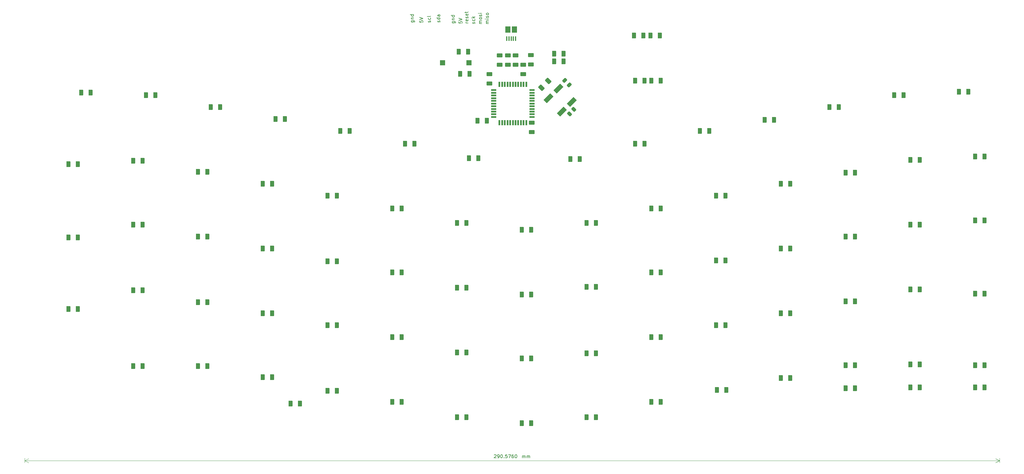
<source format=gbp>
G04 #@! TF.GenerationSoftware,KiCad,Pcbnew,(6.99.0-1603-g82820d4b1c)*
G04 #@! TF.CreationDate,2022-06-17T11:00:42+02:00*
G04 #@! TF.ProjectId,BalthazarKeyboard3-keycaps,42616c74-6861-47a6-9172-4b6579626f61,rev?*
G04 #@! TF.SameCoordinates,Original*
G04 #@! TF.FileFunction,Paste,Bot*
G04 #@! TF.FilePolarity,Positive*
%FSLAX46Y46*%
G04 Gerber Fmt 4.6, Leading zero omitted, Abs format (unit mm)*
G04 Created by KiCad (PCBNEW (6.99.0-1603-g82820d4b1c)) date 2022-06-17 11:00:42*
%MOMM*%
%LPD*%
G01*
G04 APERTURE LIST*
G04 Aperture macros list*
%AMRoundRect*
0 Rectangle with rounded corners*
0 $1 Rounding radius*
0 $2 $3 $4 $5 $6 $7 $8 $9 X,Y pos of 4 corners*
0 Add a 4 corners polygon primitive as box body*
4,1,4,$2,$3,$4,$5,$6,$7,$8,$9,$2,$3,0*
0 Add four circle primitives for the rounded corners*
1,1,$1+$1,$2,$3*
1,1,$1+$1,$4,$5*
1,1,$1+$1,$6,$7*
1,1,$1+$1,$8,$9*
0 Add four rect primitives between the rounded corners*
20,1,$1+$1,$2,$3,$4,$5,0*
20,1,$1+$1,$4,$5,$6,$7,0*
20,1,$1+$1,$6,$7,$8,$9,0*
20,1,$1+$1,$8,$9,$2,$3,0*%
%AMRotRect*
0 Rectangle, with rotation*
0 The origin of the aperture is its center*
0 $1 length*
0 $2 width*
0 $3 Rotation angle, in degrees counterclockwise*
0 Add horizontal line*
21,1,$1,$2,0,0,$3*%
G04 Aperture macros list end*
%ADD10C,0.150000*%
%ADD11C,0.120000*%
%ADD12R,0.550000X1.500000*%
%ADD13R,1.500000X0.550000*%
%ADD14R,1.500000X1.900000*%
%ADD15R,0.400000X1.350000*%
%ADD16RoundRect,0.250000X-0.375000X-0.625000X0.375000X-0.625000X0.375000X0.625000X-0.375000X0.625000X0*%
%ADD17RoundRect,0.250000X0.375000X0.625000X-0.375000X0.625000X-0.375000X-0.625000X0.375000X-0.625000X0*%
%ADD18RoundRect,0.250000X0.625000X-0.375000X0.625000X0.375000X-0.625000X0.375000X-0.625000X-0.375000X0*%
%ADD19RoundRect,0.250000X-0.625000X0.375000X-0.625000X-0.375000X0.625000X-0.375000X0.625000X0.375000X0*%
%ADD20RotRect,1.430000X2.850000X315.000000*%
%ADD21RoundRect,0.250000X-0.176777X0.707107X-0.707107X0.176777X0.176777X-0.707107X0.707107X-0.176777X0*%
%ADD22R,1.500000X1.500000*%
%ADD23RoundRect,0.243750X-0.494975X-0.150260X-0.150260X-0.494975X0.494975X0.150260X0.150260X0.494975X0*%
%ADD24RoundRect,0.243750X0.150260X-0.494975X0.494975X-0.150260X-0.150260X0.494975X-0.494975X0.150260X0*%
G04 APERTURE END LIST*
D10*
X144799715Y-174080619D02*
X144847334Y-174033000D01*
X144847334Y-174033000D02*
X144942572Y-173985380D01*
X144942572Y-173985380D02*
X145180667Y-173985380D01*
X145180667Y-173985380D02*
X145275905Y-174033000D01*
X145275905Y-174033000D02*
X145323524Y-174080619D01*
X145323524Y-174080619D02*
X145371143Y-174175857D01*
X145371143Y-174175857D02*
X145371143Y-174271095D01*
X145371143Y-174271095D02*
X145323524Y-174413952D01*
X145323524Y-174413952D02*
X144752096Y-174985380D01*
X144752096Y-174985380D02*
X145371143Y-174985380D01*
X145847334Y-174985380D02*
X146037810Y-174985380D01*
X146037810Y-174985380D02*
X146133048Y-174937761D01*
X146133048Y-174937761D02*
X146180667Y-174890142D01*
X146180667Y-174890142D02*
X146275905Y-174747285D01*
X146275905Y-174747285D02*
X146323524Y-174556809D01*
X146323524Y-174556809D02*
X146323524Y-174175857D01*
X146323524Y-174175857D02*
X146275905Y-174080619D01*
X146275905Y-174080619D02*
X146228286Y-174033000D01*
X146228286Y-174033000D02*
X146133048Y-173985380D01*
X146133048Y-173985380D02*
X145942572Y-173985380D01*
X145942572Y-173985380D02*
X145847334Y-174033000D01*
X145847334Y-174033000D02*
X145799715Y-174080619D01*
X145799715Y-174080619D02*
X145752096Y-174175857D01*
X145752096Y-174175857D02*
X145752096Y-174413952D01*
X145752096Y-174413952D02*
X145799715Y-174509190D01*
X145799715Y-174509190D02*
X145847334Y-174556809D01*
X145847334Y-174556809D02*
X145942572Y-174604428D01*
X145942572Y-174604428D02*
X146133048Y-174604428D01*
X146133048Y-174604428D02*
X146228286Y-174556809D01*
X146228286Y-174556809D02*
X146275905Y-174509190D01*
X146275905Y-174509190D02*
X146323524Y-174413952D01*
X146942572Y-173985380D02*
X147037810Y-173985380D01*
X147037810Y-173985380D02*
X147133048Y-174033000D01*
X147133048Y-174033000D02*
X147180667Y-174080619D01*
X147180667Y-174080619D02*
X147228286Y-174175857D01*
X147228286Y-174175857D02*
X147275905Y-174366333D01*
X147275905Y-174366333D02*
X147275905Y-174604428D01*
X147275905Y-174604428D02*
X147228286Y-174794904D01*
X147228286Y-174794904D02*
X147180667Y-174890142D01*
X147180667Y-174890142D02*
X147133048Y-174937761D01*
X147133048Y-174937761D02*
X147037810Y-174985380D01*
X147037810Y-174985380D02*
X146942572Y-174985380D01*
X146942572Y-174985380D02*
X146847334Y-174937761D01*
X146847334Y-174937761D02*
X146799715Y-174890142D01*
X146799715Y-174890142D02*
X146752096Y-174794904D01*
X146752096Y-174794904D02*
X146704477Y-174604428D01*
X146704477Y-174604428D02*
X146704477Y-174366333D01*
X146704477Y-174366333D02*
X146752096Y-174175857D01*
X146752096Y-174175857D02*
X146799715Y-174080619D01*
X146799715Y-174080619D02*
X146847334Y-174033000D01*
X146847334Y-174033000D02*
X146942572Y-173985380D01*
X147704477Y-174890142D02*
X147752096Y-174937761D01*
X147752096Y-174937761D02*
X147704477Y-174985380D01*
X147704477Y-174985380D02*
X147656858Y-174937761D01*
X147656858Y-174937761D02*
X147704477Y-174890142D01*
X147704477Y-174890142D02*
X147704477Y-174985380D01*
X148656857Y-173985380D02*
X148180667Y-173985380D01*
X148180667Y-173985380D02*
X148133048Y-174461571D01*
X148133048Y-174461571D02*
X148180667Y-174413952D01*
X148180667Y-174413952D02*
X148275905Y-174366333D01*
X148275905Y-174366333D02*
X148514000Y-174366333D01*
X148514000Y-174366333D02*
X148609238Y-174413952D01*
X148609238Y-174413952D02*
X148656857Y-174461571D01*
X148656857Y-174461571D02*
X148704476Y-174556809D01*
X148704476Y-174556809D02*
X148704476Y-174794904D01*
X148704476Y-174794904D02*
X148656857Y-174890142D01*
X148656857Y-174890142D02*
X148609238Y-174937761D01*
X148609238Y-174937761D02*
X148514000Y-174985380D01*
X148514000Y-174985380D02*
X148275905Y-174985380D01*
X148275905Y-174985380D02*
X148180667Y-174937761D01*
X148180667Y-174937761D02*
X148133048Y-174890142D01*
X149037810Y-173985380D02*
X149704476Y-173985380D01*
X149704476Y-173985380D02*
X149275905Y-174985380D01*
X150514000Y-173985380D02*
X150323524Y-173985380D01*
X150323524Y-173985380D02*
X150228286Y-174033000D01*
X150228286Y-174033000D02*
X150180667Y-174080619D01*
X150180667Y-174080619D02*
X150085429Y-174223476D01*
X150085429Y-174223476D02*
X150037810Y-174413952D01*
X150037810Y-174413952D02*
X150037810Y-174794904D01*
X150037810Y-174794904D02*
X150085429Y-174890142D01*
X150085429Y-174890142D02*
X150133048Y-174937761D01*
X150133048Y-174937761D02*
X150228286Y-174985380D01*
X150228286Y-174985380D02*
X150418762Y-174985380D01*
X150418762Y-174985380D02*
X150514000Y-174937761D01*
X150514000Y-174937761D02*
X150561619Y-174890142D01*
X150561619Y-174890142D02*
X150609238Y-174794904D01*
X150609238Y-174794904D02*
X150609238Y-174556809D01*
X150609238Y-174556809D02*
X150561619Y-174461571D01*
X150561619Y-174461571D02*
X150514000Y-174413952D01*
X150514000Y-174413952D02*
X150418762Y-174366333D01*
X150418762Y-174366333D02*
X150228286Y-174366333D01*
X150228286Y-174366333D02*
X150133048Y-174413952D01*
X150133048Y-174413952D02*
X150085429Y-174461571D01*
X150085429Y-174461571D02*
X150037810Y-174556809D01*
X151228286Y-173985380D02*
X151323524Y-173985380D01*
X151323524Y-173985380D02*
X151418762Y-174033000D01*
X151418762Y-174033000D02*
X151466381Y-174080619D01*
X151466381Y-174080619D02*
X151514000Y-174175857D01*
X151514000Y-174175857D02*
X151561619Y-174366333D01*
X151561619Y-174366333D02*
X151561619Y-174604428D01*
X151561619Y-174604428D02*
X151514000Y-174794904D01*
X151514000Y-174794904D02*
X151466381Y-174890142D01*
X151466381Y-174890142D02*
X151418762Y-174937761D01*
X151418762Y-174937761D02*
X151323524Y-174985380D01*
X151323524Y-174985380D02*
X151228286Y-174985380D01*
X151228286Y-174985380D02*
X151133048Y-174937761D01*
X151133048Y-174937761D02*
X151085429Y-174890142D01*
X151085429Y-174890142D02*
X151037810Y-174794904D01*
X151037810Y-174794904D02*
X150990191Y-174604428D01*
X150990191Y-174604428D02*
X150990191Y-174366333D01*
X150990191Y-174366333D02*
X151037810Y-174175857D01*
X151037810Y-174175857D02*
X151085429Y-174080619D01*
X151085429Y-174080619D02*
X151133048Y-174033000D01*
X151133048Y-174033000D02*
X151228286Y-173985380D01*
X153190191Y-174985380D02*
X153190191Y-174318714D01*
X153190191Y-174413952D02*
X153237810Y-174366333D01*
X153237810Y-174366333D02*
X153333048Y-174318714D01*
X153333048Y-174318714D02*
X153475905Y-174318714D01*
X153475905Y-174318714D02*
X153571143Y-174366333D01*
X153571143Y-174366333D02*
X153618762Y-174461571D01*
X153618762Y-174461571D02*
X153618762Y-174985380D01*
X153618762Y-174461571D02*
X153666381Y-174366333D01*
X153666381Y-174366333D02*
X153761619Y-174318714D01*
X153761619Y-174318714D02*
X153904476Y-174318714D01*
X153904476Y-174318714D02*
X153999715Y-174366333D01*
X153999715Y-174366333D02*
X154047334Y-174461571D01*
X154047334Y-174461571D02*
X154047334Y-174985380D01*
X154523524Y-174985380D02*
X154523524Y-174318714D01*
X154523524Y-174413952D02*
X154571143Y-174366333D01*
X154571143Y-174366333D02*
X154666381Y-174318714D01*
X154666381Y-174318714D02*
X154809238Y-174318714D01*
X154809238Y-174318714D02*
X154904476Y-174366333D01*
X154904476Y-174366333D02*
X154952095Y-174461571D01*
X154952095Y-174461571D02*
X154952095Y-174985380D01*
X154952095Y-174461571D02*
X154999714Y-174366333D01*
X154999714Y-174366333D02*
X155094952Y-174318714D01*
X155094952Y-174318714D02*
X155237809Y-174318714D01*
X155237809Y-174318714D02*
X155333048Y-174366333D01*
X155333048Y-174366333D02*
X155380667Y-174461571D01*
X155380667Y-174461571D02*
X155380667Y-174985380D01*
D11*
X295402000Y-175006000D02*
X295402000Y-176354420D01*
X4826000Y-175006000D02*
X4826000Y-176354420D01*
X295402000Y-175768000D02*
X4826000Y-175768000D01*
X295402000Y-175768000D02*
X4826000Y-175768000D01*
X295402000Y-175768000D02*
X294275496Y-176354421D01*
X295402000Y-175768000D02*
X294275496Y-175181579D01*
X4826000Y-175768000D02*
X5952504Y-175181579D01*
X4826000Y-175768000D02*
X5952504Y-176354421D01*
D10*
X120096714Y-44632476D02*
X120906238Y-44632476D01*
X120906238Y-44632476D02*
X121001476Y-44680095D01*
X121001476Y-44680095D02*
X121049095Y-44727714D01*
X121049095Y-44727714D02*
X121096714Y-44822952D01*
X121096714Y-44822952D02*
X121096714Y-44965809D01*
X121096714Y-44965809D02*
X121049095Y-45061047D01*
X120715761Y-44632476D02*
X120763380Y-44727714D01*
X120763380Y-44727714D02*
X120763380Y-44918190D01*
X120763380Y-44918190D02*
X120715761Y-45013428D01*
X120715761Y-45013428D02*
X120668142Y-45061047D01*
X120668142Y-45061047D02*
X120572904Y-45108666D01*
X120572904Y-45108666D02*
X120287190Y-45108666D01*
X120287190Y-45108666D02*
X120191952Y-45061047D01*
X120191952Y-45061047D02*
X120144333Y-45013428D01*
X120144333Y-45013428D02*
X120096714Y-44918190D01*
X120096714Y-44918190D02*
X120096714Y-44727714D01*
X120096714Y-44727714D02*
X120144333Y-44632476D01*
X120096714Y-44156285D02*
X120763380Y-44156285D01*
X120191952Y-44156285D02*
X120144333Y-44108666D01*
X120144333Y-44108666D02*
X120096714Y-44013428D01*
X120096714Y-44013428D02*
X120096714Y-43870571D01*
X120096714Y-43870571D02*
X120144333Y-43775333D01*
X120144333Y-43775333D02*
X120239571Y-43727714D01*
X120239571Y-43727714D02*
X120763380Y-43727714D01*
X120763380Y-42822952D02*
X119763380Y-42822952D01*
X120715761Y-42822952D02*
X120763380Y-42918190D01*
X120763380Y-42918190D02*
X120763380Y-43108666D01*
X120763380Y-43108666D02*
X120715761Y-43203904D01*
X120715761Y-43203904D02*
X120668142Y-43251523D01*
X120668142Y-43251523D02*
X120572904Y-43299142D01*
X120572904Y-43299142D02*
X120287190Y-43299142D01*
X120287190Y-43299142D02*
X120191952Y-43251523D01*
X120191952Y-43251523D02*
X120144333Y-43203904D01*
X120144333Y-43203904D02*
X120096714Y-43108666D01*
X120096714Y-43108666D02*
X120096714Y-42918190D01*
X120096714Y-42918190D02*
X120144333Y-42822952D01*
X122557380Y-44640476D02*
X122557380Y-45116666D01*
X122557380Y-45116666D02*
X123033571Y-45164285D01*
X123033571Y-45164285D02*
X122985952Y-45116666D01*
X122985952Y-45116666D02*
X122938333Y-45021428D01*
X122938333Y-45021428D02*
X122938333Y-44783333D01*
X122938333Y-44783333D02*
X122985952Y-44688095D01*
X122985952Y-44688095D02*
X123033571Y-44640476D01*
X123033571Y-44640476D02*
X123128809Y-44592857D01*
X123128809Y-44592857D02*
X123366904Y-44592857D01*
X123366904Y-44592857D02*
X123462142Y-44640476D01*
X123462142Y-44640476D02*
X123509761Y-44688095D01*
X123509761Y-44688095D02*
X123557380Y-44783333D01*
X123557380Y-44783333D02*
X123557380Y-45021428D01*
X123557380Y-45021428D02*
X123509761Y-45116666D01*
X123509761Y-45116666D02*
X123462142Y-45164285D01*
X122557380Y-44307142D02*
X123557380Y-43973809D01*
X123557380Y-43973809D02*
X122557380Y-43640476D01*
X134241380Y-44894476D02*
X134241380Y-45370666D01*
X134241380Y-45370666D02*
X134717571Y-45418285D01*
X134717571Y-45418285D02*
X134669952Y-45370666D01*
X134669952Y-45370666D02*
X134622333Y-45275428D01*
X134622333Y-45275428D02*
X134622333Y-45037333D01*
X134622333Y-45037333D02*
X134669952Y-44942095D01*
X134669952Y-44942095D02*
X134717571Y-44894476D01*
X134717571Y-44894476D02*
X134812809Y-44846857D01*
X134812809Y-44846857D02*
X135050904Y-44846857D01*
X135050904Y-44846857D02*
X135146142Y-44894476D01*
X135146142Y-44894476D02*
X135193761Y-44942095D01*
X135193761Y-44942095D02*
X135241380Y-45037333D01*
X135241380Y-45037333D02*
X135241380Y-45275428D01*
X135241380Y-45275428D02*
X135193761Y-45370666D01*
X135193761Y-45370666D02*
X135146142Y-45418285D01*
X134241380Y-44561142D02*
X135241380Y-44227809D01*
X135241380Y-44227809D02*
X134241380Y-43894476D01*
X132288714Y-44886476D02*
X133098238Y-44886476D01*
X133098238Y-44886476D02*
X133193476Y-44934095D01*
X133193476Y-44934095D02*
X133241095Y-44981714D01*
X133241095Y-44981714D02*
X133288714Y-45076952D01*
X133288714Y-45076952D02*
X133288714Y-45219809D01*
X133288714Y-45219809D02*
X133241095Y-45315047D01*
X132907761Y-44886476D02*
X132955380Y-44981714D01*
X132955380Y-44981714D02*
X132955380Y-45172190D01*
X132955380Y-45172190D02*
X132907761Y-45267428D01*
X132907761Y-45267428D02*
X132860142Y-45315047D01*
X132860142Y-45315047D02*
X132764904Y-45362666D01*
X132764904Y-45362666D02*
X132479190Y-45362666D01*
X132479190Y-45362666D02*
X132383952Y-45315047D01*
X132383952Y-45315047D02*
X132336333Y-45267428D01*
X132336333Y-45267428D02*
X132288714Y-45172190D01*
X132288714Y-45172190D02*
X132288714Y-44981714D01*
X132288714Y-44981714D02*
X132336333Y-44886476D01*
X132288714Y-44410285D02*
X132955380Y-44410285D01*
X132383952Y-44410285D02*
X132336333Y-44362666D01*
X132336333Y-44362666D02*
X132288714Y-44267428D01*
X132288714Y-44267428D02*
X132288714Y-44124571D01*
X132288714Y-44124571D02*
X132336333Y-44029333D01*
X132336333Y-44029333D02*
X132431571Y-43981714D01*
X132431571Y-43981714D02*
X132955380Y-43981714D01*
X132955380Y-43076952D02*
X131955380Y-43076952D01*
X132907761Y-43076952D02*
X132955380Y-43172190D01*
X132955380Y-43172190D02*
X132955380Y-43362666D01*
X132955380Y-43362666D02*
X132907761Y-43457904D01*
X132907761Y-43457904D02*
X132860142Y-43505523D01*
X132860142Y-43505523D02*
X132764904Y-43553142D01*
X132764904Y-43553142D02*
X132479190Y-43553142D01*
X132479190Y-43553142D02*
X132383952Y-43505523D01*
X132383952Y-43505523D02*
X132336333Y-43457904D01*
X132336333Y-43457904D02*
X132288714Y-43362666D01*
X132288714Y-43362666D02*
X132288714Y-43172190D01*
X132288714Y-43172190D02*
X132336333Y-43076952D01*
X125795761Y-45100761D02*
X125843380Y-45005523D01*
X125843380Y-45005523D02*
X125843380Y-44815047D01*
X125843380Y-44815047D02*
X125795761Y-44719809D01*
X125795761Y-44719809D02*
X125700523Y-44672190D01*
X125700523Y-44672190D02*
X125652904Y-44672190D01*
X125652904Y-44672190D02*
X125557666Y-44719809D01*
X125557666Y-44719809D02*
X125510047Y-44815047D01*
X125510047Y-44815047D02*
X125510047Y-44957904D01*
X125510047Y-44957904D02*
X125462428Y-45053142D01*
X125462428Y-45053142D02*
X125367190Y-45100761D01*
X125367190Y-45100761D02*
X125319571Y-45100761D01*
X125319571Y-45100761D02*
X125224333Y-45053142D01*
X125224333Y-45053142D02*
X125176714Y-44957904D01*
X125176714Y-44957904D02*
X125176714Y-44815047D01*
X125176714Y-44815047D02*
X125224333Y-44719809D01*
X125795761Y-43815047D02*
X125843380Y-43910285D01*
X125843380Y-43910285D02*
X125843380Y-44100761D01*
X125843380Y-44100761D02*
X125795761Y-44195999D01*
X125795761Y-44195999D02*
X125748142Y-44243618D01*
X125748142Y-44243618D02*
X125652904Y-44291237D01*
X125652904Y-44291237D02*
X125367190Y-44291237D01*
X125367190Y-44291237D02*
X125271952Y-44243618D01*
X125271952Y-44243618D02*
X125224333Y-44195999D01*
X125224333Y-44195999D02*
X125176714Y-44100761D01*
X125176714Y-44100761D02*
X125176714Y-43910285D01*
X125176714Y-43910285D02*
X125224333Y-43815047D01*
X125843380Y-43243618D02*
X125795761Y-43338856D01*
X125795761Y-43338856D02*
X125700523Y-43386475D01*
X125700523Y-43386475D02*
X124843380Y-43386475D01*
X128589761Y-45061047D02*
X128637380Y-44965809D01*
X128637380Y-44965809D02*
X128637380Y-44775333D01*
X128637380Y-44775333D02*
X128589761Y-44680095D01*
X128589761Y-44680095D02*
X128494523Y-44632476D01*
X128494523Y-44632476D02*
X128446904Y-44632476D01*
X128446904Y-44632476D02*
X128351666Y-44680095D01*
X128351666Y-44680095D02*
X128304047Y-44775333D01*
X128304047Y-44775333D02*
X128304047Y-44918190D01*
X128304047Y-44918190D02*
X128256428Y-45013428D01*
X128256428Y-45013428D02*
X128161190Y-45061047D01*
X128161190Y-45061047D02*
X128113571Y-45061047D01*
X128113571Y-45061047D02*
X128018333Y-45013428D01*
X128018333Y-45013428D02*
X127970714Y-44918190D01*
X127970714Y-44918190D02*
X127970714Y-44775333D01*
X127970714Y-44775333D02*
X128018333Y-44680095D01*
X128637380Y-43775333D02*
X127637380Y-43775333D01*
X128589761Y-43775333D02*
X128637380Y-43870571D01*
X128637380Y-43870571D02*
X128637380Y-44061047D01*
X128637380Y-44061047D02*
X128589761Y-44156285D01*
X128589761Y-44156285D02*
X128542142Y-44203904D01*
X128542142Y-44203904D02*
X128446904Y-44251523D01*
X128446904Y-44251523D02*
X128161190Y-44251523D01*
X128161190Y-44251523D02*
X128065952Y-44203904D01*
X128065952Y-44203904D02*
X128018333Y-44156285D01*
X128018333Y-44156285D02*
X127970714Y-44061047D01*
X127970714Y-44061047D02*
X127970714Y-43870571D01*
X127970714Y-43870571D02*
X128018333Y-43775333D01*
X128637380Y-42870571D02*
X128113571Y-42870571D01*
X128113571Y-42870571D02*
X128018333Y-42918190D01*
X128018333Y-42918190D02*
X127970714Y-43013428D01*
X127970714Y-43013428D02*
X127970714Y-43203904D01*
X127970714Y-43203904D02*
X128018333Y-43299142D01*
X128589761Y-42870571D02*
X128637380Y-42965809D01*
X128637380Y-42965809D02*
X128637380Y-43203904D01*
X128637380Y-43203904D02*
X128589761Y-43299142D01*
X128589761Y-43299142D02*
X128494523Y-43346761D01*
X128494523Y-43346761D02*
X128399285Y-43346761D01*
X128399285Y-43346761D02*
X128304047Y-43299142D01*
X128304047Y-43299142D02*
X128256428Y-43203904D01*
X128256428Y-43203904D02*
X128256428Y-42965809D01*
X128256428Y-42965809D02*
X128208809Y-42870571D01*
X143115380Y-45465808D02*
X142448714Y-45465808D01*
X142543952Y-45465808D02*
X142496333Y-45418189D01*
X142496333Y-45418189D02*
X142448714Y-45322951D01*
X142448714Y-45322951D02*
X142448714Y-45180094D01*
X142448714Y-45180094D02*
X142496333Y-45084856D01*
X142496333Y-45084856D02*
X142591571Y-45037237D01*
X142591571Y-45037237D02*
X143115380Y-45037237D01*
X142591571Y-45037237D02*
X142496333Y-44989618D01*
X142496333Y-44989618D02*
X142448714Y-44894380D01*
X142448714Y-44894380D02*
X142448714Y-44751523D01*
X142448714Y-44751523D02*
X142496333Y-44656284D01*
X142496333Y-44656284D02*
X142591571Y-44608665D01*
X142591571Y-44608665D02*
X143115380Y-44608665D01*
X143115380Y-44132475D02*
X142448714Y-44132475D01*
X142115380Y-44132475D02*
X142163000Y-44180094D01*
X142163000Y-44180094D02*
X142210619Y-44132475D01*
X142210619Y-44132475D02*
X142163000Y-44084856D01*
X142163000Y-44084856D02*
X142115380Y-44132475D01*
X142115380Y-44132475D02*
X142210619Y-44132475D01*
X143067761Y-43703904D02*
X143115380Y-43608666D01*
X143115380Y-43608666D02*
X143115380Y-43418190D01*
X143115380Y-43418190D02*
X143067761Y-43322952D01*
X143067761Y-43322952D02*
X142972523Y-43275333D01*
X142972523Y-43275333D02*
X142924904Y-43275333D01*
X142924904Y-43275333D02*
X142829666Y-43322952D01*
X142829666Y-43322952D02*
X142782047Y-43418190D01*
X142782047Y-43418190D02*
X142782047Y-43561047D01*
X142782047Y-43561047D02*
X142734428Y-43656285D01*
X142734428Y-43656285D02*
X142639190Y-43703904D01*
X142639190Y-43703904D02*
X142591571Y-43703904D01*
X142591571Y-43703904D02*
X142496333Y-43656285D01*
X142496333Y-43656285D02*
X142448714Y-43561047D01*
X142448714Y-43561047D02*
X142448714Y-43418190D01*
X142448714Y-43418190D02*
X142496333Y-43322952D01*
X143115380Y-42703904D02*
X143067761Y-42799142D01*
X143067761Y-42799142D02*
X143020142Y-42846761D01*
X143020142Y-42846761D02*
X142924904Y-42894380D01*
X142924904Y-42894380D02*
X142639190Y-42894380D01*
X142639190Y-42894380D02*
X142543952Y-42846761D01*
X142543952Y-42846761D02*
X142496333Y-42799142D01*
X142496333Y-42799142D02*
X142448714Y-42703904D01*
X142448714Y-42703904D02*
X142448714Y-42561047D01*
X142448714Y-42561047D02*
X142496333Y-42465809D01*
X142496333Y-42465809D02*
X142543952Y-42418190D01*
X142543952Y-42418190D02*
X142639190Y-42370571D01*
X142639190Y-42370571D02*
X142924904Y-42370571D01*
X142924904Y-42370571D02*
X143020142Y-42418190D01*
X143020142Y-42418190D02*
X143067761Y-42465809D01*
X143067761Y-42465809D02*
X143115380Y-42561047D01*
X143115380Y-42561047D02*
X143115380Y-42703904D01*
X141083380Y-45465808D02*
X140416714Y-45465808D01*
X140511952Y-45465808D02*
X140464333Y-45418189D01*
X140464333Y-45418189D02*
X140416714Y-45322951D01*
X140416714Y-45322951D02*
X140416714Y-45180094D01*
X140416714Y-45180094D02*
X140464333Y-45084856D01*
X140464333Y-45084856D02*
X140559571Y-45037237D01*
X140559571Y-45037237D02*
X141083380Y-45037237D01*
X140559571Y-45037237D02*
X140464333Y-44989618D01*
X140464333Y-44989618D02*
X140416714Y-44894380D01*
X140416714Y-44894380D02*
X140416714Y-44751523D01*
X140416714Y-44751523D02*
X140464333Y-44656284D01*
X140464333Y-44656284D02*
X140559571Y-44608665D01*
X140559571Y-44608665D02*
X141083380Y-44608665D01*
X141083380Y-43989618D02*
X141035761Y-44084856D01*
X141035761Y-44084856D02*
X140988142Y-44132475D01*
X140988142Y-44132475D02*
X140892904Y-44180094D01*
X140892904Y-44180094D02*
X140607190Y-44180094D01*
X140607190Y-44180094D02*
X140511952Y-44132475D01*
X140511952Y-44132475D02*
X140464333Y-44084856D01*
X140464333Y-44084856D02*
X140416714Y-43989618D01*
X140416714Y-43989618D02*
X140416714Y-43846761D01*
X140416714Y-43846761D02*
X140464333Y-43751523D01*
X140464333Y-43751523D02*
X140511952Y-43703904D01*
X140511952Y-43703904D02*
X140607190Y-43656285D01*
X140607190Y-43656285D02*
X140892904Y-43656285D01*
X140892904Y-43656285D02*
X140988142Y-43703904D01*
X140988142Y-43703904D02*
X141035761Y-43751523D01*
X141035761Y-43751523D02*
X141083380Y-43846761D01*
X141083380Y-43846761D02*
X141083380Y-43989618D01*
X141035761Y-43275332D02*
X141083380Y-43180094D01*
X141083380Y-43180094D02*
X141083380Y-42989618D01*
X141083380Y-42989618D02*
X141035761Y-42894380D01*
X141035761Y-42894380D02*
X140940523Y-42846761D01*
X140940523Y-42846761D02*
X140892904Y-42846761D01*
X140892904Y-42846761D02*
X140797666Y-42894380D01*
X140797666Y-42894380D02*
X140750047Y-42989618D01*
X140750047Y-42989618D02*
X140750047Y-43132475D01*
X140750047Y-43132475D02*
X140702428Y-43227713D01*
X140702428Y-43227713D02*
X140607190Y-43275332D01*
X140607190Y-43275332D02*
X140559571Y-43275332D01*
X140559571Y-43275332D02*
X140464333Y-43227713D01*
X140464333Y-43227713D02*
X140416714Y-43132475D01*
X140416714Y-43132475D02*
X140416714Y-42989618D01*
X140416714Y-42989618D02*
X140464333Y-42894380D01*
X141083380Y-42418189D02*
X140416714Y-42418189D01*
X140083380Y-42418189D02*
X140131000Y-42465808D01*
X140131000Y-42465808D02*
X140178619Y-42418189D01*
X140178619Y-42418189D02*
X140131000Y-42370570D01*
X140131000Y-42370570D02*
X140083380Y-42418189D01*
X140083380Y-42418189D02*
X140178619Y-42418189D01*
X139003761Y-45497618D02*
X139051380Y-45402380D01*
X139051380Y-45402380D02*
X139051380Y-45211904D01*
X139051380Y-45211904D02*
X139003761Y-45116666D01*
X139003761Y-45116666D02*
X138908523Y-45069047D01*
X138908523Y-45069047D02*
X138860904Y-45069047D01*
X138860904Y-45069047D02*
X138765666Y-45116666D01*
X138765666Y-45116666D02*
X138718047Y-45211904D01*
X138718047Y-45211904D02*
X138718047Y-45354761D01*
X138718047Y-45354761D02*
X138670428Y-45449999D01*
X138670428Y-45449999D02*
X138575190Y-45497618D01*
X138575190Y-45497618D02*
X138527571Y-45497618D01*
X138527571Y-45497618D02*
X138432333Y-45449999D01*
X138432333Y-45449999D02*
X138384714Y-45354761D01*
X138384714Y-45354761D02*
X138384714Y-45211904D01*
X138384714Y-45211904D02*
X138432333Y-45116666D01*
X139003761Y-44211904D02*
X139051380Y-44307142D01*
X139051380Y-44307142D02*
X139051380Y-44497618D01*
X139051380Y-44497618D02*
X139003761Y-44592856D01*
X139003761Y-44592856D02*
X138956142Y-44640475D01*
X138956142Y-44640475D02*
X138860904Y-44688094D01*
X138860904Y-44688094D02*
X138575190Y-44688094D01*
X138575190Y-44688094D02*
X138479952Y-44640475D01*
X138479952Y-44640475D02*
X138432333Y-44592856D01*
X138432333Y-44592856D02*
X138384714Y-44497618D01*
X138384714Y-44497618D02*
X138384714Y-44307142D01*
X138384714Y-44307142D02*
X138432333Y-44211904D01*
X139051380Y-43783332D02*
X138051380Y-43783332D01*
X138670428Y-43688094D02*
X139051380Y-43402380D01*
X138384714Y-43402380D02*
X138765666Y-43783332D01*
X137019380Y-45307047D02*
X136352714Y-45307047D01*
X136543190Y-45307047D02*
X136447952Y-45259428D01*
X136447952Y-45259428D02*
X136400333Y-45211809D01*
X136400333Y-45211809D02*
X136352714Y-45116571D01*
X136352714Y-45116571D02*
X136352714Y-45021333D01*
X136971761Y-44307047D02*
X137019380Y-44402285D01*
X137019380Y-44402285D02*
X137019380Y-44592761D01*
X137019380Y-44592761D02*
X136971761Y-44687999D01*
X136971761Y-44687999D02*
X136876523Y-44735618D01*
X136876523Y-44735618D02*
X136495571Y-44735618D01*
X136495571Y-44735618D02*
X136400333Y-44687999D01*
X136400333Y-44687999D02*
X136352714Y-44592761D01*
X136352714Y-44592761D02*
X136352714Y-44402285D01*
X136352714Y-44402285D02*
X136400333Y-44307047D01*
X136400333Y-44307047D02*
X136495571Y-44259428D01*
X136495571Y-44259428D02*
X136590809Y-44259428D01*
X136590809Y-44259428D02*
X136686047Y-44735618D01*
X136971761Y-43878475D02*
X137019380Y-43783237D01*
X137019380Y-43783237D02*
X137019380Y-43592761D01*
X137019380Y-43592761D02*
X136971761Y-43497523D01*
X136971761Y-43497523D02*
X136876523Y-43449904D01*
X136876523Y-43449904D02*
X136828904Y-43449904D01*
X136828904Y-43449904D02*
X136733666Y-43497523D01*
X136733666Y-43497523D02*
X136686047Y-43592761D01*
X136686047Y-43592761D02*
X136686047Y-43735618D01*
X136686047Y-43735618D02*
X136638428Y-43830856D01*
X136638428Y-43830856D02*
X136543190Y-43878475D01*
X136543190Y-43878475D02*
X136495571Y-43878475D01*
X136495571Y-43878475D02*
X136400333Y-43830856D01*
X136400333Y-43830856D02*
X136352714Y-43735618D01*
X136352714Y-43735618D02*
X136352714Y-43592761D01*
X136352714Y-43592761D02*
X136400333Y-43497523D01*
X136971761Y-42640380D02*
X137019380Y-42735618D01*
X137019380Y-42735618D02*
X137019380Y-42926094D01*
X137019380Y-42926094D02*
X136971761Y-43021332D01*
X136971761Y-43021332D02*
X136876523Y-43068951D01*
X136876523Y-43068951D02*
X136495571Y-43068951D01*
X136495571Y-43068951D02*
X136400333Y-43021332D01*
X136400333Y-43021332D02*
X136352714Y-42926094D01*
X136352714Y-42926094D02*
X136352714Y-42735618D01*
X136352714Y-42735618D02*
X136400333Y-42640380D01*
X136400333Y-42640380D02*
X136495571Y-42592761D01*
X136495571Y-42592761D02*
X136590809Y-42592761D01*
X136590809Y-42592761D02*
X136686047Y-43068951D01*
X136352714Y-42307046D02*
X136352714Y-41926094D01*
X136019380Y-42164189D02*
X136876523Y-42164189D01*
X136876523Y-42164189D02*
X136971761Y-42116570D01*
X136971761Y-42116570D02*
X137019380Y-42021332D01*
X137019380Y-42021332D02*
X137019380Y-41926094D01*
D12*
X146367999Y-63641999D03*
X147167999Y-63641999D03*
X147967999Y-63641999D03*
X148767999Y-63641999D03*
X149567999Y-63641999D03*
X150367999Y-63641999D03*
X151167999Y-63641999D03*
X151967999Y-63641999D03*
X152767999Y-63641999D03*
X153567999Y-63641999D03*
X154367999Y-63641999D03*
D13*
X156067999Y-65341999D03*
X156067999Y-66141999D03*
X156067999Y-66941999D03*
X156067999Y-67741999D03*
X156067999Y-68541999D03*
X156067999Y-69341999D03*
X156067999Y-70141999D03*
X156067999Y-70941999D03*
X156067999Y-71741999D03*
X156067999Y-72541999D03*
X156067999Y-73341999D03*
D12*
X154367999Y-75041999D03*
X153567999Y-75041999D03*
X152767999Y-75041999D03*
X151967999Y-75041999D03*
X151167999Y-75041999D03*
X150367999Y-75041999D03*
X149567999Y-75041999D03*
X148767999Y-75041999D03*
X147967999Y-75041999D03*
X147167999Y-75041999D03*
X146367999Y-75041999D03*
D13*
X144667999Y-73341999D03*
X144667999Y-72541999D03*
X144667999Y-71741999D03*
X144667999Y-70941999D03*
X144667999Y-70141999D03*
X144667999Y-69341999D03*
X144667999Y-68541999D03*
X144667999Y-67741999D03*
X144667999Y-66941999D03*
X144667999Y-66141999D03*
X144667999Y-65341999D03*
D14*
X150859999Y-47276499D03*
D15*
X149209999Y-49976499D03*
X148559999Y-49976499D03*
X151159999Y-49976499D03*
X150509999Y-49976499D03*
X149859999Y-49976499D03*
D14*
X148859999Y-47276499D03*
D16*
X271656000Y-153924000D03*
X268856000Y-153924000D03*
D17*
X186433000Y-49022000D03*
X189233000Y-49022000D03*
D18*
X155702000Y-54864000D03*
X155702000Y-57664000D03*
D16*
X24514000Y-66040000D03*
X21714000Y-66040000D03*
X43818000Y-66802000D03*
X41018000Y-66802000D03*
X63122000Y-70358000D03*
X60322000Y-70358000D03*
X82426000Y-73914000D03*
X79626000Y-73914000D03*
X101730000Y-77470000D03*
X98930000Y-77470000D03*
X121034000Y-81280000D03*
X118234000Y-81280000D03*
X140084000Y-85598000D03*
X137284000Y-85598000D03*
X40008000Y-86360000D03*
X37208000Y-86360000D03*
X59312000Y-89662000D03*
X56512000Y-89662000D03*
X78616000Y-93218000D03*
X75816000Y-93218000D03*
X97920000Y-96774000D03*
X95120000Y-96774000D03*
X117224000Y-100584000D03*
X114424000Y-100584000D03*
X136528000Y-104902000D03*
X133728000Y-104902000D03*
X155832000Y-106934000D03*
X153032000Y-106934000D03*
X20704000Y-87376000D03*
X17904000Y-87376000D03*
X59312000Y-108966000D03*
X56512000Y-108966000D03*
X78616000Y-112522000D03*
X75816000Y-112522000D03*
X97920000Y-116332000D03*
X95120000Y-116332000D03*
X117224000Y-119634000D03*
X114424000Y-119634000D03*
X136528000Y-124206000D03*
X133728000Y-124206000D03*
X155832000Y-126238000D03*
X153032000Y-126238000D03*
X40008000Y-105410000D03*
X37208000Y-105410000D03*
X59312000Y-128524000D03*
X56512000Y-128524000D03*
X78616000Y-131826000D03*
X75816000Y-131826000D03*
X97920000Y-135382000D03*
X95120000Y-135382000D03*
X117224000Y-138938000D03*
X114424000Y-138938000D03*
X136528000Y-143510000D03*
X133728000Y-143510000D03*
X155832000Y-145288000D03*
X153032000Y-145288000D03*
X20704000Y-109220000D03*
X17904000Y-109220000D03*
X59312000Y-147574000D03*
X56512000Y-147574000D03*
X78616000Y-150876000D03*
X75816000Y-150876000D03*
X97920000Y-154940000D03*
X95120000Y-154940000D03*
X117224000Y-158242000D03*
X114424000Y-158242000D03*
X136528000Y-162814000D03*
X133728000Y-162814000D03*
X155832000Y-164592000D03*
X153032000Y-164592000D03*
X20704000Y-130556000D03*
X17904000Y-130556000D03*
X40008000Y-124968000D03*
X37208000Y-124968000D03*
X40008000Y-147574000D03*
X37208000Y-147574000D03*
X86874000Y-158750000D03*
X84074000Y-158750000D03*
X252352000Y-154178000D03*
X249552000Y-154178000D03*
X290960000Y-153924000D03*
X288160000Y-153924000D03*
X170310000Y-85852000D03*
X167510000Y-85852000D03*
X189614000Y-81280000D03*
X186814000Y-81280000D03*
X208918000Y-77470000D03*
X206118000Y-77470000D03*
X228222000Y-74168000D03*
X225422000Y-74168000D03*
X247526000Y-70358000D03*
X244726000Y-70358000D03*
X266830000Y-66802000D03*
X264030000Y-66802000D03*
X286134000Y-65786000D03*
X283334000Y-65786000D03*
X175136000Y-104902000D03*
X172336000Y-104902000D03*
X194440000Y-100584000D03*
X191640000Y-100584000D03*
X213744000Y-96774000D03*
X210944000Y-96774000D03*
X233048000Y-93218000D03*
X230248000Y-93218000D03*
X252352000Y-89916000D03*
X249552000Y-89916000D03*
X271656000Y-86106000D03*
X268856000Y-86106000D03*
X290960000Y-85090000D03*
X288160000Y-85090000D03*
X175136000Y-123952000D03*
X172336000Y-123952000D03*
X194440000Y-119634000D03*
X191640000Y-119634000D03*
X213744000Y-116078000D03*
X210944000Y-116078000D03*
X233048000Y-112522000D03*
X230248000Y-112522000D03*
X252352000Y-108966000D03*
X249552000Y-108966000D03*
X271656000Y-105410000D03*
X268856000Y-105410000D03*
X290960000Y-104140000D03*
X288160000Y-104140000D03*
X175136000Y-143764000D03*
X172336000Y-143764000D03*
X194440000Y-138938000D03*
X191640000Y-138938000D03*
X213744000Y-135382000D03*
X210944000Y-135382000D03*
X233048000Y-131826000D03*
X230248000Y-131826000D03*
X252352000Y-128270000D03*
X249552000Y-128270000D03*
X268856000Y-124714000D03*
X271656000Y-124714000D03*
X288160000Y-125984000D03*
X290960000Y-125984000D03*
X175136000Y-162814000D03*
X172336000Y-162814000D03*
X194440000Y-158242000D03*
X191640000Y-158242000D03*
X213998000Y-154686000D03*
X211198000Y-154686000D03*
X233048000Y-151130000D03*
X230248000Y-151130000D03*
X252352000Y-147320000D03*
X249552000Y-147320000D03*
X271656000Y-147066000D03*
X268856000Y-147066000D03*
X290960000Y-147320000D03*
X288160000Y-147320000D03*
D19*
X148844000Y-57788000D03*
X148844000Y-54988000D03*
X151130000Y-57788000D03*
X151130000Y-54988000D03*
D16*
X137036000Y-53848000D03*
X134236000Y-53848000D03*
D20*
X161007247Y-67802740D03*
X164988258Y-71783751D03*
X167922751Y-68849258D03*
X163941740Y-64868247D03*
D17*
X191389000Y-49022000D03*
X194189000Y-49022000D03*
D18*
X153416000Y-57782000D03*
X153416000Y-60582000D03*
D16*
X139824000Y-74422000D03*
X142624000Y-74422000D03*
D18*
X146431000Y-57788000D03*
X146431000Y-54988000D03*
D17*
X137417000Y-60452000D03*
X134617000Y-60452000D03*
D19*
X155956000Y-75054000D03*
X155956000Y-77854000D03*
X143383000Y-63379000D03*
X143383000Y-60579000D03*
D21*
X160882949Y-62637051D03*
X158903051Y-64616949D03*
D16*
X165487000Y-56769000D03*
X162687000Y-56769000D03*
X162684000Y-54483000D03*
X165484000Y-54483000D03*
D22*
X129449999Y-57149999D03*
X137249999Y-57149999D03*
D23*
X167159913Y-63781913D03*
X165834087Y-62456087D03*
D24*
X167231087Y-72417913D03*
X168556913Y-71092087D03*
D17*
X194440000Y-62484000D03*
X191640000Y-62484000D03*
X189614000Y-62484000D03*
X186814000Y-62484000D03*
M02*

</source>
